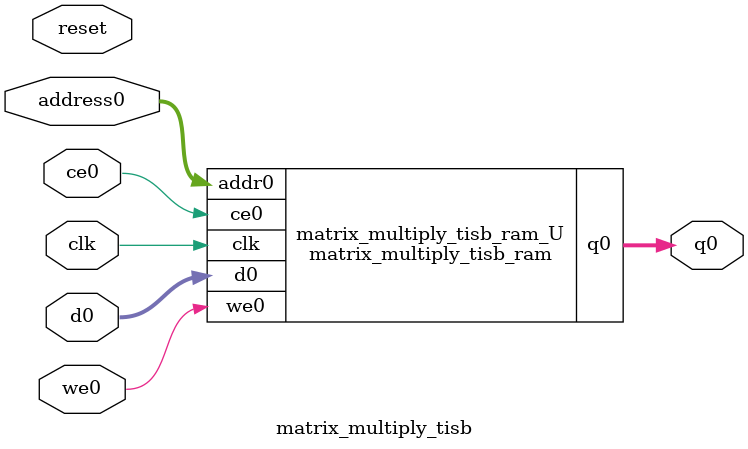
<source format=v>

`timescale 1 ns / 1 ps
module matrix_multiply_tisb_ram (addr0, ce0, d0, we0, q0,  clk);

parameter DWIDTH = 8;
parameter AWIDTH = 13;
parameter MEM_SIZE = 8192;

input[AWIDTH-1:0] addr0;
input ce0;
input[DWIDTH-1:0] d0;
input we0;
output reg[DWIDTH-1:0] q0;
input clk;

(* ram_style = "block" *)reg [DWIDTH-1:0] ram[0:MEM_SIZE-1];




always @(posedge clk)  
begin 
    if (ce0) 
    begin
        if (we0) 
        begin 
            ram[addr0] <= d0; 
            q0 <= d0;
        end 
        else 
            q0 <= ram[addr0];
    end
end


endmodule


`timescale 1 ns / 1 ps
module matrix_multiply_tisb(
    reset,
    clk,
    address0,
    ce0,
    we0,
    d0,
    q0);

parameter DataWidth = 32'd8;
parameter AddressRange = 32'd8192;
parameter AddressWidth = 32'd13;
input reset;
input clk;
input[AddressWidth - 1:0] address0;
input ce0;
input we0;
input[DataWidth - 1:0] d0;
output[DataWidth - 1:0] q0;



matrix_multiply_tisb_ram matrix_multiply_tisb_ram_U(
    .clk( clk ),
    .addr0( address0 ),
    .ce0( ce0 ),
    .we0( we0 ),
    .d0( d0 ),
    .q0( q0 ));

endmodule


</source>
